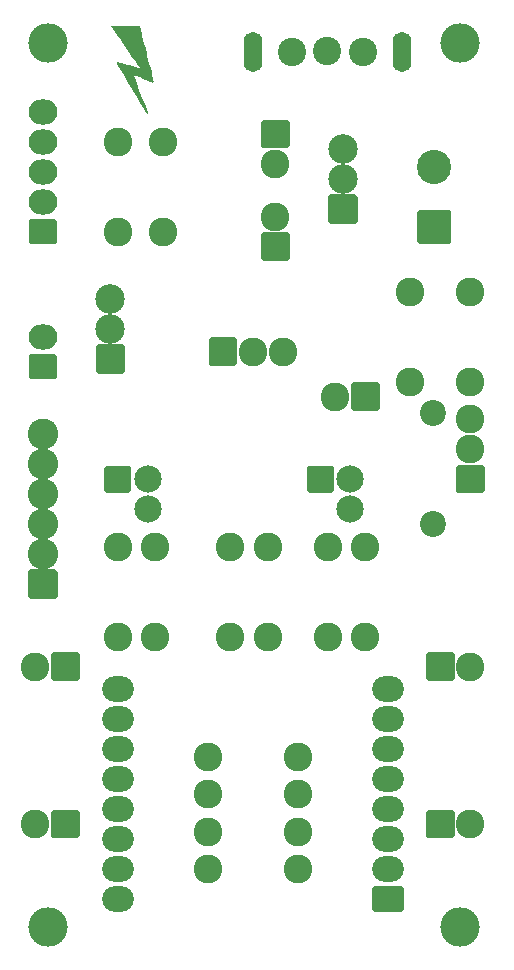
<source format=gbr>
G04 #@! TF.GenerationSoftware,KiCad,Pcbnew,(5.1.10)-1*
G04 #@! TF.CreationDate,2021-07-19T17:30:23+01:00*
G04 #@! TF.ProjectId,WildlifeCamera_PCB,57696c64-6c69-4666-9543-616d6572615f,rev?*
G04 #@! TF.SameCoordinates,PX5d42830PY7b89fa0*
G04 #@! TF.FileFunction,Soldermask,Bot*
G04 #@! TF.FilePolarity,Negative*
%FSLAX46Y46*%
G04 Gerber Fmt 4.6, Leading zero omitted, Abs format (unit mm)*
G04 Created by KiCad (PCBNEW (5.1.10)-1) date 2021-07-19 17:30:23*
%MOMM*%
%LPD*%
G01*
G04 APERTURE LIST*
%ADD10C,0.010000*%
%ADD11C,3.334700*%
%ADD12O,2.686000X2.178000*%
%ADD13C,2.599640*%
%ADD14C,2.432000*%
%ADD15C,2.400000*%
%ADD16O,1.600000X3.400000*%
%ADD17C,2.200000*%
%ADD18O,2.432000X2.127200*%
%ADD19C,2.500580*%
%ADD20C,2.305000*%
%ADD21C,2.899360*%
G04 APERTURE END LIST*
D10*
G36*
X12611685Y81417583D02*
G01*
X12629890Y81346392D01*
X12666451Y81201440D01*
X12719266Y80991123D01*
X12786234Y80723839D01*
X12865253Y80407983D01*
X12954221Y80051953D01*
X13051037Y79664145D01*
X13153599Y79252956D01*
X13186494Y79121000D01*
X13289668Y78707389D01*
X13387178Y78317103D01*
X13477013Y77958150D01*
X13557161Y77638539D01*
X13625610Y77366278D01*
X13680350Y77149376D01*
X13719368Y76995841D01*
X13740653Y76913681D01*
X13743527Y76903319D01*
X13750322Y76869133D01*
X13740545Y76849015D01*
X13705584Y76845600D01*
X13636830Y76861521D01*
X13525672Y76899413D01*
X13363501Y76961911D01*
X13141705Y77051650D01*
X12851675Y77171263D01*
X12806094Y77190145D01*
X12570923Y77286818D01*
X12364072Y77370366D01*
X12197610Y77436035D01*
X12083606Y77479074D01*
X12034128Y77494731D01*
X12033086Y77494531D01*
X12045071Y77453840D01*
X12084248Y77343426D01*
X12147177Y77172495D01*
X12230414Y76950252D01*
X12330519Y76685903D01*
X12444050Y76388655D01*
X12534377Y76153715D01*
X12709792Y75698316D01*
X12856729Y75315872D01*
X12977400Y75000430D01*
X13074014Y74746033D01*
X13148781Y74546727D01*
X13203911Y74396559D01*
X13241615Y74289572D01*
X13264103Y74219814D01*
X13273584Y74181329D01*
X13272269Y74168162D01*
X13271411Y74168000D01*
X13237088Y74199298D01*
X13190871Y74263250D01*
X13070015Y74453379D01*
X12923391Y74688462D01*
X12755498Y74960941D01*
X12570836Y75263254D01*
X12373904Y75587844D01*
X12169202Y75927152D01*
X11961230Y76273618D01*
X11754486Y76619683D01*
X11553471Y76957788D01*
X11362684Y77280374D01*
X11186625Y77579882D01*
X11029793Y77848752D01*
X10896687Y78079426D01*
X10791808Y78264345D01*
X10719654Y78395948D01*
X10684725Y78466679D01*
X10682720Y78476882D01*
X10736789Y78469240D01*
X10860404Y78441335D01*
X11041704Y78396181D01*
X11268830Y78336789D01*
X11529922Y78266173D01*
X11724322Y78212299D01*
X11999308Y78135488D01*
X12245852Y78066872D01*
X12452696Y78009563D01*
X12608583Y77966675D01*
X12702255Y77941319D01*
X12724838Y77935666D01*
X12703747Y77969340D01*
X12638759Y78066044D01*
X12534324Y78219306D01*
X12394895Y78422651D01*
X12224922Y78669606D01*
X12028856Y78953696D01*
X11811147Y79268449D01*
X11576248Y79607390D01*
X11490676Y79730707D01*
X11250256Y80077540D01*
X11025099Y80403274D01*
X10819720Y80701316D01*
X10638629Y80965073D01*
X10486341Y81187952D01*
X10367367Y81363362D01*
X10286221Y81484709D01*
X10247414Y81545400D01*
X10244667Y81551041D01*
X10285197Y81557651D01*
X10399578Y81563616D01*
X10576994Y81568702D01*
X10806631Y81572672D01*
X11077673Y81575292D01*
X11379304Y81576326D01*
X11407202Y81576333D01*
X12569737Y81576333D01*
X12611685Y81417583D01*
G37*
X12611685Y81417583D02*
X12629890Y81346392D01*
X12666451Y81201440D01*
X12719266Y80991123D01*
X12786234Y80723839D01*
X12865253Y80407983D01*
X12954221Y80051953D01*
X13051037Y79664145D01*
X13153599Y79252956D01*
X13186494Y79121000D01*
X13289668Y78707389D01*
X13387178Y78317103D01*
X13477013Y77958150D01*
X13557161Y77638539D01*
X13625610Y77366278D01*
X13680350Y77149376D01*
X13719368Y76995841D01*
X13740653Y76913681D01*
X13743527Y76903319D01*
X13750322Y76869133D01*
X13740545Y76849015D01*
X13705584Y76845600D01*
X13636830Y76861521D01*
X13525672Y76899413D01*
X13363501Y76961911D01*
X13141705Y77051650D01*
X12851675Y77171263D01*
X12806094Y77190145D01*
X12570923Y77286818D01*
X12364072Y77370366D01*
X12197610Y77436035D01*
X12083606Y77479074D01*
X12034128Y77494731D01*
X12033086Y77494531D01*
X12045071Y77453840D01*
X12084248Y77343426D01*
X12147177Y77172495D01*
X12230414Y76950252D01*
X12330519Y76685903D01*
X12444050Y76388655D01*
X12534377Y76153715D01*
X12709792Y75698316D01*
X12856729Y75315872D01*
X12977400Y75000430D01*
X13074014Y74746033D01*
X13148781Y74546727D01*
X13203911Y74396559D01*
X13241615Y74289572D01*
X13264103Y74219814D01*
X13273584Y74181329D01*
X13272269Y74168162D01*
X13271411Y74168000D01*
X13237088Y74199298D01*
X13190871Y74263250D01*
X13070015Y74453379D01*
X12923391Y74688462D01*
X12755498Y74960941D01*
X12570836Y75263254D01*
X12373904Y75587844D01*
X12169202Y75927152D01*
X11961230Y76273618D01*
X11754486Y76619683D01*
X11553471Y76957788D01*
X11362684Y77280374D01*
X11186625Y77579882D01*
X11029793Y77848752D01*
X10896687Y78079426D01*
X10791808Y78264345D01*
X10719654Y78395948D01*
X10684725Y78466679D01*
X10682720Y78476882D01*
X10736789Y78469240D01*
X10860404Y78441335D01*
X11041704Y78396181D01*
X11268830Y78336789D01*
X11529922Y78266173D01*
X11724322Y78212299D01*
X11999308Y78135488D01*
X12245852Y78066872D01*
X12452696Y78009563D01*
X12608583Y77966675D01*
X12702255Y77941319D01*
X12724838Y77935666D01*
X12703747Y77969340D01*
X12638759Y78066044D01*
X12534324Y78219306D01*
X12394895Y78422651D01*
X12224922Y78669606D01*
X12028856Y78953696D01*
X11811147Y79268449D01*
X11576248Y79607390D01*
X11490676Y79730707D01*
X11250256Y80077540D01*
X11025099Y80403274D01*
X10819720Y80701316D01*
X10638629Y80965073D01*
X10486341Y81187952D01*
X10367367Y81363362D01*
X10286221Y81484709D01*
X10247414Y81545400D01*
X10244667Y81551041D01*
X10285197Y81557651D01*
X10399578Y81563616D01*
X10576994Y81568702D01*
X10806631Y81572672D01*
X11077673Y81575292D01*
X11379304Y81576326D01*
X11407202Y81576333D01*
X12569737Y81576333D01*
X12611685Y81417583D01*
D11*
X4857374Y80137000D03*
X39751000Y80137000D03*
X39751000Y5243375D03*
X4857374Y5243375D03*
D12*
X10795000Y12700000D03*
X10795000Y15240000D03*
X10795000Y17780000D03*
X10795000Y20320000D03*
X10795000Y22860000D03*
X10795000Y25400000D03*
X33655000Y25400000D03*
X33655000Y22860000D03*
X33655000Y20320000D03*
X33655000Y17780000D03*
X33655000Y15240000D03*
X33655000Y12700000D03*
X33655000Y10160000D03*
G36*
G01*
X32511999Y8709000D02*
X34798001Y8709000D01*
G75*
G02*
X34998000Y8509001I0J-199999D01*
G01*
X34998000Y6730999D01*
G75*
G02*
X34798001Y6531000I-199999J0D01*
G01*
X32511999Y6531000D01*
G75*
G02*
X32312000Y6730999I0J199999D01*
G01*
X32312000Y8509001D01*
G75*
G02*
X32511999Y8709000I199999J0D01*
G01*
G37*
X10795000Y10160000D03*
X10795000Y7620000D03*
G36*
G01*
X5495290Y33039710D02*
X3394710Y33039710D01*
G75*
G02*
X3194710Y33239710I0J200000D01*
G01*
X3194710Y35340290D01*
G75*
G02*
X3394710Y35540290I200000J0D01*
G01*
X5495290Y35540290D01*
G75*
G02*
X5695290Y35340290I0J-200000D01*
G01*
X5695290Y33239710D01*
G75*
G02*
X5495290Y33039710I-200000J0D01*
G01*
G37*
D13*
X4445000Y36830000D03*
X4445000Y39370000D03*
X4445000Y41910000D03*
X4445000Y44450000D03*
X4445000Y46990000D03*
D14*
X20320000Y37465000D03*
X20320000Y29845000D03*
D15*
X28532620Y79400400D03*
X25525000Y79375000D03*
X31525000Y79375000D03*
D16*
X22225000Y79375000D03*
X34825000Y79375000D03*
D17*
X37465000Y48768000D03*
X37465000Y39370000D03*
G36*
G01*
X32966000Y51181000D02*
X32966000Y49149000D01*
G75*
G02*
X32766000Y48949000I-200000J0D01*
G01*
X30734000Y48949000D01*
G75*
G02*
X30534000Y49149000I0J200000D01*
G01*
X30534000Y51181000D01*
G75*
G02*
X30734000Y51381000I200000J0D01*
G01*
X32766000Y51381000D01*
G75*
G02*
X32966000Y51181000I0J-200000D01*
G01*
G37*
D14*
X29210000Y50165000D03*
G36*
G01*
X5661000Y53568600D02*
X5661000Y51841400D01*
G75*
G02*
X5461000Y51641400I-200000J0D01*
G01*
X3429000Y51641400D01*
G75*
G02*
X3229000Y51841400I0J200000D01*
G01*
X3229000Y53568600D01*
G75*
G02*
X3429000Y53768600I200000J0D01*
G01*
X5461000Y53768600D01*
G75*
G02*
X5661000Y53568600I0J-200000D01*
G01*
G37*
D18*
X4445000Y55245000D03*
D14*
X23495000Y37465000D03*
X23495000Y29845000D03*
X40640000Y51435000D03*
X35560000Y51435000D03*
X40640000Y59055000D03*
X35560000Y59055000D03*
X24130000Y69850000D03*
G36*
G01*
X23114000Y73606000D02*
X25146000Y73606000D01*
G75*
G02*
X25346000Y73406000I0J-200000D01*
G01*
X25346000Y71374000D01*
G75*
G02*
X25146000Y71174000I-200000J0D01*
G01*
X23114000Y71174000D01*
G75*
G02*
X22914000Y71374000I0J200000D01*
G01*
X22914000Y73406000D01*
G75*
G02*
X23114000Y73606000I200000J0D01*
G01*
G37*
G36*
G01*
X25146000Y61649000D02*
X23114000Y61649000D01*
G75*
G02*
X22914000Y61849000I0J200000D01*
G01*
X22914000Y63881000D01*
G75*
G02*
X23114000Y64081000I200000J0D01*
G01*
X25146000Y64081000D01*
G75*
G02*
X25346000Y63881000I0J-200000D01*
G01*
X25346000Y61849000D01*
G75*
G02*
X25146000Y61649000I-200000J0D01*
G01*
G37*
X24130000Y65405000D03*
D19*
X29845000Y68580000D03*
X29845000Y71120000D03*
G36*
G01*
X28594710Y64989710D02*
X28594710Y67090290D01*
G75*
G02*
X28794710Y67290290I200000J0D01*
G01*
X30895290Y67290290D01*
G75*
G02*
X31095290Y67090290I0J-200000D01*
G01*
X31095290Y64989710D01*
G75*
G02*
X30895290Y64789710I-200000J0D01*
G01*
X28794710Y64789710D01*
G75*
G02*
X28594710Y64989710I0J200000D01*
G01*
G37*
D14*
X3810000Y27305000D03*
G36*
G01*
X7566000Y28321000D02*
X7566000Y26289000D01*
G75*
G02*
X7366000Y26089000I-200000J0D01*
G01*
X5334000Y26089000D01*
G75*
G02*
X5134000Y26289000I0J200000D01*
G01*
X5134000Y28321000D01*
G75*
G02*
X5334000Y28521000I200000J0D01*
G01*
X7366000Y28521000D01*
G75*
G02*
X7566000Y28321000I0J-200000D01*
G01*
G37*
G36*
G01*
X7566000Y14986000D02*
X7566000Y12954000D01*
G75*
G02*
X7366000Y12754000I-200000J0D01*
G01*
X5334000Y12754000D01*
G75*
G02*
X5134000Y12954000I0J200000D01*
G01*
X5134000Y14986000D01*
G75*
G02*
X5334000Y15186000I200000J0D01*
G01*
X7366000Y15186000D01*
G75*
G02*
X7566000Y14986000I0J-200000D01*
G01*
G37*
X3810000Y13970000D03*
X40640000Y27305000D03*
G36*
G01*
X36884000Y26289000D02*
X36884000Y28321000D01*
G75*
G02*
X37084000Y28521000I200000J0D01*
G01*
X39116000Y28521000D01*
G75*
G02*
X39316000Y28321000I0J-200000D01*
G01*
X39316000Y26289000D01*
G75*
G02*
X39116000Y26089000I-200000J0D01*
G01*
X37084000Y26089000D01*
G75*
G02*
X36884000Y26289000I0J200000D01*
G01*
G37*
G36*
G01*
X36884000Y12954000D02*
X36884000Y14986000D01*
G75*
G02*
X37084000Y15186000I200000J0D01*
G01*
X39116000Y15186000D01*
G75*
G02*
X39316000Y14986000I0J-200000D01*
G01*
X39316000Y12954000D01*
G75*
G02*
X39116000Y12754000I-200000J0D01*
G01*
X37084000Y12754000D01*
G75*
G02*
X36884000Y12954000I0J200000D01*
G01*
G37*
X40640000Y13970000D03*
X18415000Y19685000D03*
X26035000Y19685000D03*
X26035000Y16510000D03*
X18415000Y16510000D03*
X18415000Y13335000D03*
X26035000Y13335000D03*
X26035000Y10160000D03*
X18415000Y10160000D03*
G36*
G01*
X5661000Y64998600D02*
X5661000Y63271400D01*
G75*
G02*
X5461000Y63071400I-200000J0D01*
G01*
X3429000Y63071400D01*
G75*
G02*
X3229000Y63271400I0J200000D01*
G01*
X3229000Y64998600D01*
G75*
G02*
X3429000Y65198600I200000J0D01*
G01*
X5461000Y65198600D01*
G75*
G02*
X5661000Y64998600I0J-200000D01*
G01*
G37*
D18*
X4445000Y66675000D03*
X4445000Y69215000D03*
X4445000Y71755000D03*
X4445000Y74295000D03*
D19*
X10160000Y58420000D03*
X10160000Y55880000D03*
G36*
G01*
X8909710Y52289710D02*
X8909710Y54390290D01*
G75*
G02*
X9109710Y54590290I200000J0D01*
G01*
X11210290Y54590290D01*
G75*
G02*
X11410290Y54390290I0J-200000D01*
G01*
X11410290Y52289710D01*
G75*
G02*
X11210290Y52089710I-200000J0D01*
G01*
X9109710Y52089710D01*
G75*
G02*
X8909710Y52289710I0J200000D01*
G01*
G37*
D14*
X10795000Y37465000D03*
X10795000Y29845000D03*
X13970000Y37465000D03*
X13970000Y29845000D03*
X28575000Y29845000D03*
X28575000Y37465000D03*
X31750000Y29845000D03*
X31750000Y37465000D03*
X10795000Y71755000D03*
X10795000Y64135000D03*
X14605000Y64135000D03*
X14605000Y71755000D03*
G36*
G01*
X18469000Y52959000D02*
X18469000Y54991000D01*
G75*
G02*
X18669000Y55191000I200000J0D01*
G01*
X20701000Y55191000D01*
G75*
G02*
X20901000Y54991000I0J-200000D01*
G01*
X20901000Y52959000D01*
G75*
G02*
X20701000Y52759000I-200000J0D01*
G01*
X18669000Y52759000D01*
G75*
G02*
X18469000Y52959000I0J200000D01*
G01*
G37*
X22225000Y53975000D03*
X24765000Y53975000D03*
D20*
X13335000Y40640000D03*
X13335000Y43180000D03*
G36*
G01*
X9842500Y44332500D02*
X11747500Y44332500D01*
G75*
G02*
X11947500Y44132500I0J-200000D01*
G01*
X11947500Y42227500D01*
G75*
G02*
X11747500Y42027500I-200000J0D01*
G01*
X9842500Y42027500D01*
G75*
G02*
X9642500Y42227500I0J200000D01*
G01*
X9642500Y44132500D01*
G75*
G02*
X9842500Y44332500I200000J0D01*
G01*
G37*
G36*
G01*
X26987500Y44332500D02*
X28892500Y44332500D01*
G75*
G02*
X29092500Y44132500I0J-200000D01*
G01*
X29092500Y42227500D01*
G75*
G02*
X28892500Y42027500I-200000J0D01*
G01*
X26987500Y42027500D01*
G75*
G02*
X26787500Y42227500I0J200000D01*
G01*
X26787500Y44132500D01*
G75*
G02*
X26987500Y44332500I200000J0D01*
G01*
G37*
X30480000Y43180000D03*
X30480000Y40640000D03*
G36*
G01*
X38841681Y63066320D02*
X36342319Y63066320D01*
G75*
G02*
X36142320Y63266319I0J199999D01*
G01*
X36142320Y65765681D01*
G75*
G02*
X36342319Y65965680I199999J0D01*
G01*
X38841681Y65965680D01*
G75*
G02*
X39041680Y65765681I0J-199999D01*
G01*
X39041680Y63266319D01*
G75*
G02*
X38841681Y63066320I-199999J0D01*
G01*
G37*
D21*
X37592000Y69596000D03*
G36*
G01*
X41656000Y41964000D02*
X39624000Y41964000D01*
G75*
G02*
X39424000Y42164000I0J200000D01*
G01*
X39424000Y44196000D01*
G75*
G02*
X39624000Y44396000I200000J0D01*
G01*
X41656000Y44396000D01*
G75*
G02*
X41856000Y44196000I0J-200000D01*
G01*
X41856000Y42164000D01*
G75*
G02*
X41656000Y41964000I-200000J0D01*
G01*
G37*
D14*
X40640000Y45720000D03*
X40640000Y48260000D03*
M02*

</source>
